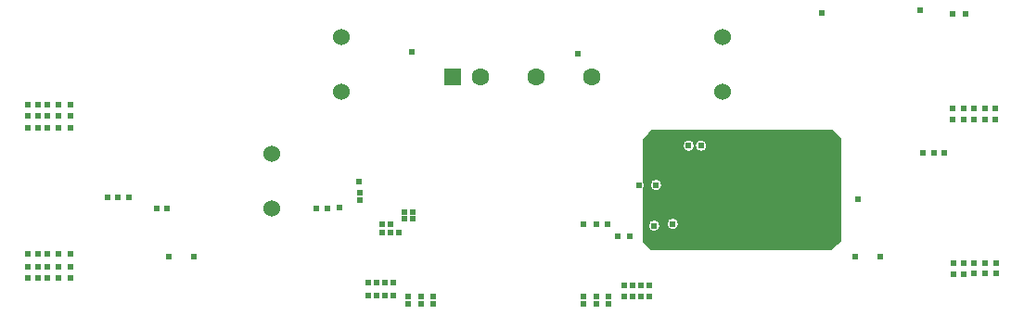
<source format=gbl>
G04 Layer: BottomLayer*
G04 EasyEDA Pro v2.2.36.7, 2025-03-08 17:24:09*
G04 Gerber Generator version 0.3*
G04 Scale: 100 percent, Rotated: No, Reflected: No*
G04 Dimensions in millimeters*
G04 Leading zeros omitted, absolute positions, 4 integers and 5 decimals*
%FSLAX45Y45*%
%MOMM*%
%ADD10C,0.2032*%
%ADD11R,1.6X1.6*%
%ADD12C,1.6*%
%ADD13C,1.524*%
%ADD14C,0.6096*%
G75*


G04 Copper Start*
G36*
G01X6160541Y-1816100D02*
G01X6160056Y-1812392D01*
G01X6204966Y-1812392D01*
G01X6206879Y-1826920D01*
G01X6212487Y-1840459D01*
G01X6221407Y-1852084D01*
G01X6233033Y-1861005D01*
G01X6246571Y-1866613D01*
G01X6261100Y-1868526D01*
G01X6275629Y-1866613D01*
G01X6289167Y-1861005D01*
G01X6300793Y-1852084D01*
G01X6309713Y-1840459D01*
G01X6315321Y-1826920D01*
G01X6317234Y-1812392D01*
G01X6315321Y-1797863D01*
G01X6309713Y-1784325D01*
G01X6300793Y-1772699D01*
G01X6289167Y-1763778D01*
G01X6275629Y-1758170D01*
G01X6261100Y-1756258D01*
G01X6246571Y-1758170D01*
G01X6233033Y-1763778D01*
G01X6221407Y-1772699D01*
G01X6212487Y-1784325D01*
G01X6206879Y-1797863D01*
G01X6204966Y-1812392D01*
G01X6204966Y-1812392D01*
G01X6160056Y-1812392D01*
G01X6158648Y-1801644D01*
G01X6153096Y-1788164D01*
G01X6144260Y-1776568D01*
G01X6144260Y-1453650D01*
G01X6502416Y-1453650D01*
G01X6504328Y-1468178D01*
G01X6509936Y-1481717D01*
G01X6518857Y-1493342D01*
G01X6530483Y-1502263D01*
G01X6544021Y-1507871D01*
G01X6558550Y-1509784D01*
G01X6573078Y-1507871D01*
G01X6586617Y-1502263D01*
G01X6598242Y-1493342D01*
G01X6607163Y-1481717D01*
G01X6612771Y-1468178D01*
G01X6614684Y-1453650D01*
G01X6614683Y-1453642D01*
G01X6615058Y-1453642D01*
G01X6616971Y-1468171D01*
G01X6622579Y-1481709D01*
G01X6631499Y-1493335D01*
G01X6643125Y-1502255D01*
G01X6656664Y-1507863D01*
G01X6671192Y-1509776D01*
G01X6685721Y-1507863D01*
G01X6699259Y-1502255D01*
G01X6710885Y-1493335D01*
G01X6719806Y-1481709D01*
G01X6725413Y-1468171D01*
G01X6727326Y-1453642D01*
G01X6725413Y-1439113D01*
G01X6719806Y-1425575D01*
G01X6710885Y-1413949D01*
G01X6699259Y-1405029D01*
G01X6685721Y-1399421D01*
G01X6671192Y-1397508D01*
G01X6656664Y-1399421D01*
G01X6643125Y-1405029D01*
G01X6631499Y-1413949D01*
G01X6622579Y-1425575D01*
G01X6616971Y-1439113D01*
G01X6615058Y-1453642D01*
G01X6615058Y-1453642D01*
G01X6614683Y-1453642D01*
G01X6612771Y-1439121D01*
G01X6607163Y-1425583D01*
G01X6598242Y-1413957D01*
G01X6586617Y-1405036D01*
G01X6573078Y-1399428D01*
G01X6558550Y-1397516D01*
G01X6544021Y-1399428D01*
G01X6530483Y-1405036D01*
G01X6518857Y-1413957D01*
G01X6509936Y-1425583D01*
G01X6504328Y-1439121D01*
G01X6502416Y-1453650D01*
G01X6502416Y-1453650D01*
G01X6144260Y-1453650D01*
G01X6144260Y-1401208D01*
G01X6227208Y-1318260D01*
G01X7869792Y-1318260D01*
G01X7940040Y-1388508D01*
G01X7940040Y-2319892D01*
G01X7857092Y-2402840D01*
G01X6214508Y-2402840D01*
G01X6144260Y-2332592D01*
G01X6144260Y-2184400D01*
G01X6187973Y-2184400D01*
G01X6189886Y-2198929D01*
G01X6195494Y-2212467D01*
G01X6204415Y-2224093D01*
G01X6216040Y-2233013D01*
G01X6229579Y-2238621D01*
G01X6244107Y-2240534D01*
G01X6258636Y-2238621D01*
G01X6272174Y-2233013D01*
G01X6283800Y-2224093D01*
G01X6292721Y-2212467D01*
G01X6298329Y-2198929D01*
G01X6300241Y-2184400D01*
G01X6298329Y-2169871D01*
G01X6297550Y-2167992D01*
G01X6357366Y-2167992D01*
G01X6359279Y-2182520D01*
G01X6364887Y-2196059D01*
G01X6373807Y-2207684D01*
G01X6385433Y-2216605D01*
G01X6398971Y-2222213D01*
G01X6413500Y-2224126D01*
G01X6428029Y-2222213D01*
G01X6441567Y-2216605D01*
G01X6453193Y-2207684D01*
G01X6462113Y-2196059D01*
G01X6467721Y-2182520D01*
G01X6469634Y-2167992D01*
G01X6467721Y-2153463D01*
G01X6462113Y-2139925D01*
G01X6453193Y-2128299D01*
G01X6441567Y-2119378D01*
G01X6428029Y-2113770D01*
G01X6413500Y-2111858D01*
G01X6398971Y-2113770D01*
G01X6385433Y-2119378D01*
G01X6373807Y-2128299D01*
G01X6364887Y-2139925D01*
G01X6359279Y-2153463D01*
G01X6357366Y-2167992D01*
G01X6357366Y-2167992D01*
G01X6297550Y-2167992D01*
G01X6292721Y-2156333D01*
G01X6283800Y-2144707D01*
G01X6272174Y-2135787D01*
G01X6258636Y-2130179D01*
G01X6244107Y-2128266D01*
G01X6229579Y-2130179D01*
G01X6216040Y-2135787D01*
G01X6204415Y-2144707D01*
G01X6195494Y-2156333D01*
G01X6189886Y-2169871D01*
G01X6187973Y-2184400D01*
G01X6187973Y-2184400D01*
G01X6144260Y-2184400D01*
G01X6144260Y-1855632D01*
G01X6153096Y-1844036D01*
G01X6158648Y-1830556D01*
G01X6160541Y-1816100D01*
G37*
G54D10*
G01X6160541Y-1816100D02*
G03X6144260Y-1776568I-56134J0D01*
G01X6144260Y-1401208D01*
G01X6227208Y-1318260D01*
G01X7869792Y-1318260D01*
G01X7940040Y-1388508D01*
G01X7940040Y-2319892D01*
G01X7857092Y-2402840D01*
G01X6214508Y-2402840D01*
G01X6144260Y-2332592D01*
G01X6144260Y-1855632D01*
G03X6160541Y-1816100I-39853J39532D01*
G01X6187973Y-2184400D02*
G03X6300241Y-2184400I56134J0D01*
G03X6187973Y-2184400I-56134J0D01*
G01X6204966Y-1812392D02*
G03X6317234Y-1812392I56134J0D01*
G03X6204966Y-1812392I-56134J0D01*
G01X6357366Y-2167992D02*
G03X6469634Y-2167992I56134J0D01*
G03X6357366Y-2167992I-56134J0D01*
G01X6502416Y-1453650D02*
G03X6614684Y-1453650I56134J0D01*
G03X6502416Y-1453650I-56134J0D01*
G01X6615058Y-1453642D02*
G03X6727326Y-1453642I56134J0D01*
G03X6615058Y-1453642I-56134J0D01*
G04 Copper End*

G04 Pad Start*
G54D11*
G01X4406895Y-825500D03*
G54D12*
G01X4660895Y-825500D03*
G01X5168895Y-825500D03*
G01X5676895Y-825500D03*
G54D13*
G01X2755900Y-1528000D03*
G01X2755900Y-2027999D03*
G01X6870700Y-961199D03*
G01X6870700Y-461200D03*
G01X3390900Y-961199D03*
G01X3390900Y-461200D03*
G04 Pad End*

G04 Via Start*
G54D14*
G01X1815490Y-2463800D03*
G01X4029608Y-596900D03*
G01X5546192Y-609600D03*
G01X2045310Y-2463800D03*
G01X4038600Y-2120509D03*
G01X3962400Y-2120900D03*
G01X4035962Y-2057400D03*
G01X3962400Y-2057400D03*
G01X3162300Y-2023008D03*
G01X3369793Y-2019300D03*
G01X3260146Y-2025647D03*
G01X4229100Y-2832643D03*
G01X4114568Y-2832643D03*
G01X4000500Y-2832100D03*
G01X3911600Y-2247900D03*
G01X3835400Y-2247900D03*
G01X3835400Y-2171700D03*
G01X3632200Y-2705100D03*
G01X3632200Y-2819400D03*
G01X3708400Y-2819400D03*
G01X3784600Y-2819400D03*
G01X3860800Y-2819400D03*
G01X3708400Y-2705100D03*
G01X3784600Y-2705100D03*
G01X3860800Y-2705100D03*
G01X3759200Y-2171700D03*
G01X3759200Y-2247900D03*
G01X4000500Y-2901306D03*
G01X4114568Y-2901306D03*
G01X4229100Y-2901306D03*
G01X1349705Y-1929409D03*
G01X1250873Y-1929409D03*
G01X1445181Y-1929409D03*
G01X1701373Y-2024101D03*
G01X1799371Y-2024101D03*
G01X3552292Y-1778000D03*
G01X3556000Y-1947393D03*
G01X3556000Y-1878881D03*
G01X5600700Y-2832100D03*
G01X5600700Y-2900484D03*
G01X5715000Y-2832100D03*
G01X5829958Y-2832100D03*
G01X5715000Y-2900484D03*
G01X5829958Y-2900484D03*
G01X5822197Y-2171309D03*
G01X5715000Y-2171309D03*
G01X5600700Y-2171309D03*
G01X6244107Y-2184400D03*
G01X6413500Y-2167992D03*
G01X6261100Y-1812392D03*
G01X6104407Y-1816100D03*
G01X8796401Y-1516888D03*
G01X8697277Y-1516913D03*
G01X8889896Y-1516913D03*
G01X8076590Y-2463800D03*
G01X8306410Y-2463800D03*
G01X8102600Y-1943100D03*
G01X6024093Y-2279396D03*
G01X5907067Y-2279396D03*
G01X6197600Y-2730500D03*
G01X6121400Y-2730500D03*
G01X6045200Y-2730500D03*
G01X5969000Y-2730500D03*
G01X5969000Y-2832100D03*
G01X6045200Y-2832100D03*
G01X6121400Y-2832100D03*
G01X6197600Y-2832100D03*
G01X7776108Y-241300D03*
G01X8674100Y-216764D03*
G01X6558550Y-1453650D03*
G01X6671192Y-1453642D03*
G01X8966518Y-246375D03*
G01X9084793Y-246375D03*
G01X6921500Y-1676400D03*
G01X6997700Y-1676400D03*
G01X7073900Y-1676400D03*
G01X7150100Y-1676400D03*
G01X7226300Y-1676400D03*
G01X6921500Y-1752600D03*
G01X6997700Y-1752600D03*
G01X7073900Y-1752600D03*
G01X7150100Y-1752600D03*
G01X7226300Y-1752600D03*
G01X6921500Y-1828800D03*
G01X6921500Y-1905000D03*
G01X6921500Y-1981200D03*
G01X6921500Y-2057400D03*
G01X6997700Y-1828800D03*
G01X7073900Y-1828800D03*
G01X6997700Y-1905000D03*
G01X7073900Y-1905000D03*
G01X6997700Y-1981200D03*
G01X7073900Y-1981200D03*
G01X6997700Y-2057400D03*
G01X7073900Y-2057400D03*
G01X7150100Y-2057400D03*
G01X7150100Y-1981200D03*
G01X7150100Y-1905000D03*
G01X7150100Y-1828800D03*
G01X7226300Y-1828800D03*
G01X7226300Y-1905000D03*
G01X7226300Y-1981200D03*
G01X7226300Y-2057400D03*
G01X6843876Y-1676400D03*
G01X6843876Y-1752600D03*
G01X6843876Y-1828800D03*
G01X6843876Y-1905000D03*
G01X6843876Y-1981200D03*
G01X6843876Y-2057400D03*
G01X707695Y-1074524D03*
G01X707695Y-1176904D03*
G01X707695Y-1292487D03*
G01X806693Y-1074524D03*
G01X806693Y-1176904D03*
G01X806693Y-1292487D03*
G01X915674Y-1074524D03*
G01X915674Y-1176904D03*
G01X915674Y-1292487D03*
G01X618355Y-1292487D03*
G01X707695Y-1176904D03*
G01X618355Y-1176904D03*
G01X707695Y-1074524D03*
G01X618355Y-1074524D03*
G01X618355Y-1074524D03*
G01X525368Y-1074524D03*
G01X525368Y-1176904D03*
G01X525368Y-1292487D03*
G01X707695Y-2556896D03*
G01X707695Y-2445665D03*
G01X707695Y-2663628D03*
G01X809227Y-2663628D03*
G01X809227Y-2556896D03*
G01X809227Y-2443130D03*
G01X918209Y-2443130D03*
G01X918209Y-2556896D03*
G01X918209Y-2663628D03*
G01X618355Y-2663628D03*
G01X707695Y-2556896D03*
G01X618355Y-2556896D03*
G01X618355Y-2445665D03*
G01X618355Y-2445665D03*
G01X525368Y-2445665D03*
G01X525368Y-2556896D03*
G01X525368Y-2663628D03*
G01X9161399Y-1109391D03*
G01X9161399Y-1212459D03*
G01X9065284Y-1212459D03*
G01X8970665Y-1212459D03*
G01X9065284Y-1109391D03*
G01X8970665Y-1109391D03*
G01X9261282Y-1109391D03*
G01X9261282Y-1212459D03*
G01X9354212Y-1109391D03*
G01X9354212Y-1212459D03*
G01X9161399Y-2528265D03*
G01X9161399Y-2622885D03*
G01X9067800Y-2628900D03*
G01X9067800Y-2528265D03*
G01X8972847Y-2528265D03*
G01X8972847Y-2628900D03*
G01X9263465Y-2528265D03*
G01X9263465Y-2622885D03*
G01X9364843Y-2528265D03*
G01X9364843Y-2622885D03*
G04 Via End*

M02*


</source>
